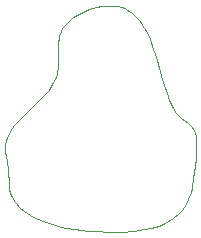
<source format=gbr>
%TF.GenerationSoftware,KiCad,Pcbnew,9.0.6*%
%TF.CreationDate,2026-01-01T02:46:19-05:00*%
%TF.ProjectId,Project Resonator Crossover Circuit PCB,50726f6a-6563-4742-9052-65736f6e6174,rev?*%
%TF.SameCoordinates,Original*%
%TF.FileFunction,Profile,NP*%
%FSLAX46Y46*%
G04 Gerber Fmt 4.6, Leading zero omitted, Abs format (unit mm)*
G04 Created by KiCad (PCBNEW 9.0.6) date 2026-01-01 02:46:19*
%MOMM*%
%LPD*%
G01*
G04 APERTURE LIST*
%TA.AperFunction,Profile*%
%ADD10C,0.050000*%
%TD*%
G04 APERTURE END LIST*
D10*
X159400000Y-86800000D02*
X159700000Y-86825000D01*
X159950000Y-86900000D01*
X160275000Y-87025000D01*
X160500000Y-87125000D01*
X160625000Y-87200000D01*
X160875000Y-87375000D01*
X161100000Y-87550000D01*
X161350000Y-87825000D01*
X161550000Y-88050000D01*
X161950000Y-88650000D01*
X162175000Y-89025000D01*
X162400000Y-89600000D01*
X162700000Y-90425000D01*
X162825000Y-90850000D01*
X163000000Y-91425000D01*
X163200000Y-92075000D01*
X163425000Y-92975000D01*
X163600000Y-93525000D01*
X163850000Y-94200000D01*
X164050000Y-94750000D01*
X164275000Y-95275000D01*
X164650000Y-95850000D01*
X165075000Y-96325000D01*
X165600000Y-96750000D01*
X165875000Y-97000000D01*
X166125000Y-97300000D01*
X166225000Y-97550000D01*
X166300000Y-97825000D01*
X166325000Y-98375000D01*
X166325000Y-99100000D01*
X166275000Y-99675000D01*
X166225000Y-100375000D01*
X166175000Y-100875000D01*
X166100000Y-101375000D01*
X165975000Y-102225000D01*
X165900000Y-102575000D01*
X165675000Y-103125000D01*
X165450000Y-103600000D01*
X165150000Y-104100000D01*
X164875000Y-104375000D01*
X164400000Y-104750000D01*
X163650000Y-105200000D01*
X163175000Y-105400000D01*
X162475000Y-105600000D01*
X161950000Y-105725000D01*
X161100000Y-105850000D01*
X159875000Y-105950000D01*
X158750000Y-105950000D01*
X157975000Y-105900000D01*
X157375000Y-105850000D01*
X156525000Y-105750000D01*
X156150000Y-105700000D01*
X155300000Y-105575000D01*
X154925000Y-105500000D01*
X154375000Y-105350000D01*
X153575000Y-105075000D01*
X152650000Y-104725000D01*
X152225000Y-104475000D01*
X151775000Y-104175000D01*
X151400000Y-103900000D01*
X150975000Y-103375000D01*
X150725000Y-103025000D01*
X150575000Y-102650000D01*
X150475000Y-102275000D01*
X150450000Y-101550000D01*
X150425000Y-101000000D01*
X150375000Y-100675000D01*
X150275000Y-99950000D01*
X150200000Y-99550000D01*
X150150000Y-99200000D01*
X150150000Y-98550000D01*
X150225000Y-98200000D01*
X150300000Y-97975000D01*
X150550000Y-97375000D01*
X150925000Y-96875000D01*
X151300000Y-96450000D01*
X151725000Y-96000000D01*
X152825000Y-94950000D01*
X153850000Y-93900000D01*
X154150000Y-93450000D01*
X154450000Y-92800000D01*
X154550000Y-92575000D01*
X154650000Y-91850000D01*
X154650000Y-91350000D01*
X154625000Y-90400000D01*
X154600000Y-90050000D01*
X154725000Y-89375000D01*
X154900000Y-88925000D01*
X155000000Y-88700000D01*
X155275000Y-88325000D01*
X155525000Y-88100000D01*
X155900000Y-87775000D01*
X156050000Y-87675000D01*
X156400000Y-87475000D01*
X156775000Y-87300000D01*
X157250000Y-87100000D01*
X157850000Y-86900000D01*
X158325000Y-86825000D01*
X158625000Y-86800000D01*
X159025000Y-86775000D01*
X159400000Y-86800000D01*
M02*

</source>
